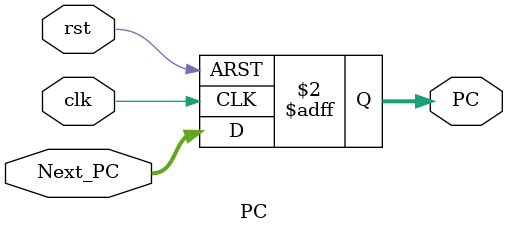
<source format=v>
module PC (
        clk,
        rst,
        Next_PC,
        PC
    );

    input clk;
    input rst;
    input [31 : 0] Next_PC;
    output reg [31 : 0] PC;

    always @(posedge clk,  posedge rst)
    begin
        if (rst)
        begin
            PC <= 32'h00000000;
        end
        else
        begin
            PC <= Next_PC;
        end
    end

endmodule

</source>
